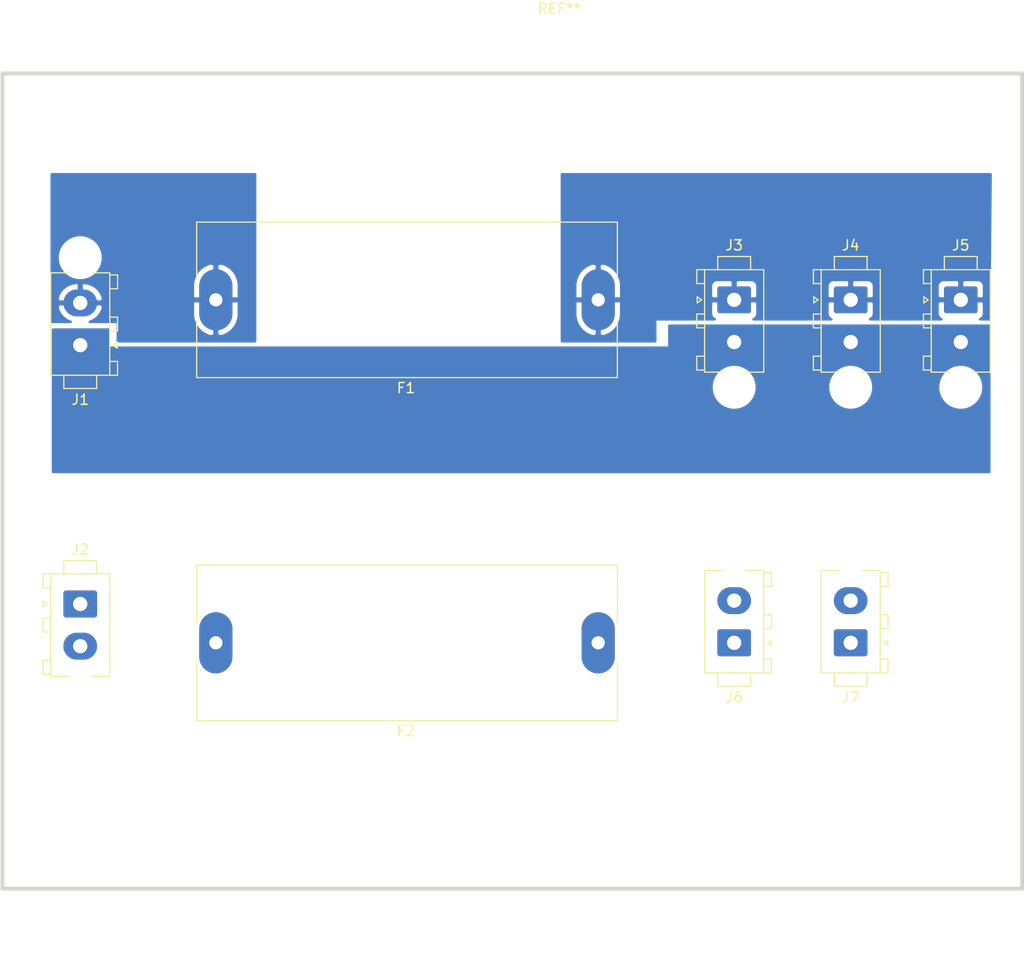
<source format=kicad_pcb>
(kicad_pcb (version 20171130) (host pcbnew "(5.1.4)-1")

  (general
    (thickness 1.6)
    (drawings 0)
    (tracks 0)
    (zones 0)
    (modules 10)
    (nets 7)
  )

  (page A4)
  (layers
    (0 F.Cu signal)
    (31 B.Cu signal)
    (32 B.Adhes user)
    (33 F.Adhes user)
    (34 B.Paste user)
    (35 F.Paste user)
    (36 B.SilkS user)
    (37 F.SilkS user)
    (38 B.Mask user)
    (39 F.Mask user)
    (40 Dwgs.User user)
    (41 Cmts.User user)
    (42 Eco1.User user)
    (43 Eco2.User user)
    (44 Edge.Cuts user)
    (45 Margin user)
    (46 B.CrtYd user)
    (47 F.CrtYd user)
    (48 B.Fab user)
    (49 F.Fab user)
  )

  (setup
    (last_trace_width 0.25)
    (trace_clearance 0.2)
    (zone_clearance 0.508)
    (zone_45_only no)
    (trace_min 0.2)
    (via_size 0.8)
    (via_drill 0.4)
    (via_min_size 0.4)
    (via_min_drill 0.3)
    (uvia_size 0.3)
    (uvia_drill 0.1)
    (uvias_allowed no)
    (uvia_min_size 0.2)
    (uvia_min_drill 0.1)
    (edge_width 0.05)
    (segment_width 0.2)
    (pcb_text_width 0.3)
    (pcb_text_size 1.5 1.5)
    (mod_edge_width 0.12)
    (mod_text_size 1 1)
    (mod_text_width 0.15)
    (pad_size 1.524 1.524)
    (pad_drill 0.762)
    (pad_to_mask_clearance 0.051)
    (solder_mask_min_width 0.25)
    (aux_axis_origin 0 0)
    (visible_elements 7FFFFFFF)
    (pcbplotparams
      (layerselection 0x010fc_ffffffff)
      (usegerberextensions false)
      (usegerberattributes false)
      (usegerberadvancedattributes false)
      (creategerberjobfile false)
      (excludeedgelayer true)
      (linewidth 0.100000)
      (plotframeref false)
      (viasonmask false)
      (mode 1)
      (useauxorigin false)
      (hpglpennumber 1)
      (hpglpenspeed 20)
      (hpglpendiameter 15.000000)
      (psnegative false)
      (psa4output false)
      (plotreference true)
      (plotvalue true)
      (plotinvisibletext false)
      (padsonsilk false)
      (subtractmaskfromsilk false)
      (outputformat 1)
      (mirror false)
      (drillshape 1)
      (scaleselection 1)
      (outputdirectory ""))
  )

  (net 0 "")
  (net 1 "Net-(F1-Pad1)")
  (net 2 "Net-(F1-Pad2)")
  (net 3 "Net-(F2-Pad1)")
  (net 4 "Net-(F2-Pad2)")
  (net 5 "Net-(J1-Pad1)")
  (net 6 "Net-(J2-Pad1)")

  (net_class Default "Dies ist die voreingestellte Netzklasse."
    (clearance 0.2)
    (trace_width 0.25)
    (via_dia 0.8)
    (via_drill 0.4)
    (uvia_dia 0.3)
    (uvia_drill 0.1)
    (add_net "Net-(F1-Pad1)")
    (add_net "Net-(F1-Pad2)")
    (add_net "Net-(F2-Pad1)")
    (add_net "Net-(F2-Pad2)")
    (add_net "Net-(J1-Pad1)")
    (add_net "Net-(J2-Pad1)")
  )

  (module EuroBoard_Outline:EuroBoard_halb_Type-I_100mmX80mm_holes locked (layer F.Cu) (tedit 0) (tstamp 5DA3DF4E)
    (at 107.95 131.445)
    (descr "Outline, Eurocard 1/2, Type I, 100x80mm, with holes 3,5mm")
    (tags "Outline, Eurocard 1/2, Type I, 100x80mm, with holes 3,5mm")
    (fp_text reference REF** (at 54.61 -86.36) (layer F.SilkS)
      (effects (font (size 1 1) (thickness 0.15)))
    )
    (fp_text value EuroBoard_halb_Type-I_100mmX80mm_holes (at 53.34 7.62) (layer F.Fab)
      (effects (font (size 1 1) (thickness 0.15)))
    )
    (fp_line (start 99.9998 0) (end 0 0) (layer Edge.Cuts) (width 0.381))
    (fp_line (start 99.9998 -79.99984) (end 99.9998 0) (layer Edge.Cuts) (width 0.381))
    (fp_line (start 0 -79.99984) (end 99.9998 -79.99984) (layer Edge.Cuts) (width 0.381))
    (fp_line (start 0 0) (end 0 -79.99984) (layer Edge.Cuts) (width 0.381))
    (pad "" np_thru_hole circle (at 95.00108 -5.00126) (size 3.50012 3.50012) (drill 3.50012) (layers *.Cu *.Mask))
    (pad "" np_thru_hole circle (at 95.00108 -75.00112) (size 3.50012 3.50012) (drill 3.50012) (layers *.Cu *.Mask))
    (pad "" np_thru_hole circle (at 5.00126 -75.00112) (size 3.50012 3.50012) (drill 3.50012) (layers *.Cu *.Mask))
    (pad "" np_thru_hole circle (at 5.00126 -5.00126) (size 3.50012 3.50012) (drill 3.50012) (layers *.Cu *.Mask))
  )

  (module Connector_TE-Connectivity:TE_MATE-N-LOK_1-770866-x_1x02_P4.14mm_Vertical (layer F.Cu) (tedit 5B787EAA) (tstamp 5DA3CD5F)
    (at 191.135 107.315 180)
    (descr "Molex Mini-Universal MATE-N-LOK, old mpn/engineering number: 1-770866-x, 2 Pins per row (http://www.te.com/commerce/DocumentDelivery/DDEController?Action=srchrtrv&DocNm=82181_SOFTSHELL_HIGH_DENSITY&DocType=CS&DocLang=EN), generated with kicad-footprint-generator")
    (tags "connector TE MATE-N-LOK side entry")
    (path /5DA95E3B)
    (fp_text reference J7 (at 0 -5.35 180) (layer F.SilkS)
      (effects (font (size 1 1) (thickness 0.15)))
    )
    (fp_text value 450VAC_Out2 (at 0 11.37 180) (layer F.Fab)
      (effects (font (size 1 1) (thickness 0.15)))
    )
    (fp_text user %R (at 2.09 2.07 270) (layer F.Fab)
      (effects (font (size 1 1) (thickness 0.15)))
    )
    (fp_line (start 3.29 -4.65) (end -4.05 -4.65) (layer F.CrtYd) (width 0.05))
    (fp_line (start 3.29 10.67) (end 3.29 -4.65) (layer F.CrtYd) (width 0.05))
    (fp_line (start -4.05 10.67) (end 3.29 10.67) (layer F.CrtYd) (width 0.05))
    (fp_line (start -4.05 -4.65) (end -4.05 10.67) (layer F.CrtYd) (width 0.05))
    (fp_line (start -1.375786 0) (end -2.79 1) (layer F.Fab) (width 0.1))
    (fp_line (start -2.79 -1) (end -1.375786 0) (layer F.Fab) (width 0.1))
    (fp_line (start -3.624264 -0.3) (end -3.2 0) (layer F.SilkS) (width 0.12))
    (fp_line (start -3.624264 0.3) (end -3.624264 -0.3) (layer F.SilkS) (width 0.12))
    (fp_line (start -3.2 0) (end -3.624264 0.3) (layer F.SilkS) (width 0.12))
    (fp_line (start 1.699672 9.576) (end -1.699672 9.576) (layer F.Fab) (width 0.1))
    (fp_line (start 1.733977 7.645) (end -1.733977 7.645) (layer F.Fab) (width 0.1))
    (fp_line (start -0.8 6.985) (end -0.8 7.645) (layer F.Fab) (width 0.1))
    (fp_line (start 0.8 6.985) (end 0.8 7.645) (layer F.Fab) (width 0.1))
    (fp_line (start -3.66 6.89) (end -2.9 6.89) (layer F.SilkS) (width 0.12))
    (fp_line (start -3.66 5.53) (end -3.66 6.89) (layer F.SilkS) (width 0.12))
    (fp_line (start -2.9 5.53) (end -3.66 5.53) (layer F.SilkS) (width 0.12))
    (fp_line (start -3.55 6.78) (end -2.79 6.78) (layer F.Fab) (width 0.1))
    (fp_line (start -3.55 5.64) (end -3.55 6.78) (layer F.Fab) (width 0.1))
    (fp_line (start -2.79 5.64) (end -3.55 5.64) (layer F.Fab) (width 0.1))
    (fp_line (start -3.66 2.75) (end -2.9 2.75) (layer F.SilkS) (width 0.12))
    (fp_line (start -3.66 1.39) (end -3.66 2.75) (layer F.SilkS) (width 0.12))
    (fp_line (start -2.9 1.39) (end -3.66 1.39) (layer F.SilkS) (width 0.12))
    (fp_line (start -3.55 2.64) (end -2.79 2.64) (layer F.Fab) (width 0.1))
    (fp_line (start -3.55 1.5) (end -3.55 2.64) (layer F.Fab) (width 0.1))
    (fp_line (start -2.79 1.5) (end -3.55 1.5) (layer F.Fab) (width 0.1))
    (fp_line (start -3.66 -1.595) (end -2.9 -1.595) (layer F.SilkS) (width 0.12))
    (fp_line (start -3.66 -2.955) (end -3.66 -1.595) (layer F.SilkS) (width 0.12))
    (fp_line (start -2.9 -2.955) (end -3.66 -2.955) (layer F.SilkS) (width 0.12))
    (fp_line (start -3.55 -1.705) (end -2.79 -1.705) (layer F.Fab) (width 0.1))
    (fp_line (start -3.55 -2.845) (end -3.55 -1.705) (layer F.Fab) (width 0.1))
    (fp_line (start -2.79 -2.845) (end -3.55 -2.845) (layer F.Fab) (width 0.1))
    (fp_line (start 1.61 -4.255) (end 1.61 -2.955) (layer F.SilkS) (width 0.12))
    (fp_line (start -1.61 -4.255) (end 1.61 -4.255) (layer F.SilkS) (width 0.12))
    (fp_line (start -1.61 -2.955) (end -1.61 -4.255) (layer F.SilkS) (width 0.12))
    (fp_line (start 1.5 -4.145) (end 1.5 -2.845) (layer F.Fab) (width 0.1))
    (fp_line (start -1.5 -4.145) (end 1.5 -4.145) (layer F.Fab) (width 0.1))
    (fp_line (start -1.5 -2.845) (end -1.5 -4.145) (layer F.Fab) (width 0.1))
    (fp_line (start 2.9 7.095) (end 1.103302 7.095) (layer F.SilkS) (width 0.12))
    (fp_line (start 2.9 -2.955) (end 2.9 7.095) (layer F.SilkS) (width 0.12))
    (fp_line (start 0 -2.955) (end 2.9 -2.955) (layer F.SilkS) (width 0.12))
    (fp_line (start -2.9 7.095) (end -1.103302 7.095) (layer F.SilkS) (width 0.12))
    (fp_line (start -2.9 -2.955) (end -2.9 7.095) (layer F.SilkS) (width 0.12))
    (fp_line (start 0 -2.955) (end -2.9 -2.955) (layer F.SilkS) (width 0.12))
    (fp_line (start 2.79 -2.845) (end -2.79 -2.845) (layer F.Fab) (width 0.1))
    (fp_line (start 2.79 6.985) (end 2.79 -2.845) (layer F.Fab) (width 0.1))
    (fp_line (start -2.79 6.985) (end 2.79 6.985) (layer F.Fab) (width 0.1))
    (fp_line (start -2.79 -2.845) (end -2.79 6.985) (layer F.Fab) (width 0.1))
    (fp_arc (start 0 8.58) (end -1.733977 7.645) (angle -58.704676) (layer F.Fab) (width 0.1))
    (fp_arc (start 0 8.58) (end 1.733977 7.645) (angle 58.704676) (layer F.Fab) (width 0.1))
    (pad "" np_thru_hole circle (at 0 8.58 180) (size 3.18 3.18) (drill 3.18) (layers *.Cu *.Mask))
    (pad 2 thru_hole oval (at 0 4.14 180) (size 3.3 2.64) (drill 1.4) (layers *.Cu *.Mask)
      (net 6 "Net-(J2-Pad1)"))
    (pad 1 thru_hole roundrect (at 0 0 180) (size 3.3 2.64) (drill 1.4) (layers *.Cu *.Mask) (roundrect_rratio 0.094697)
      (net 3 "Net-(F2-Pad1)"))
    (model ${KISYS3DMOD}/Connector_TE-Connectivity.3dshapes/TE_MATE-N-LOK_1-770866-x_1x02_P4.14mm_Vertical.wrl
      (at (xyz 0 0 0))
      (scale (xyz 1 1 1))
      (rotate (xyz 0 0 0))
    )
  )

  (module Connector_TE-Connectivity:TE_MATE-N-LOK_1-770866-x_1x02_P4.14mm_Vertical (layer F.Cu) (tedit 5B787EAA) (tstamp 5DA3CD26)
    (at 179.705 107.315 180)
    (descr "Molex Mini-Universal MATE-N-LOK, old mpn/engineering number: 1-770866-x, 2 Pins per row (http://www.te.com/commerce/DocumentDelivery/DDEController?Action=srchrtrv&DocNm=82181_SOFTSHELL_HIGH_DENSITY&DocType=CS&DocLang=EN), generated with kicad-footprint-generator")
    (tags "connector TE MATE-N-LOK side entry")
    (path /5DA948AF)
    (fp_text reference J6 (at 0 -5.35 180) (layer F.SilkS)
      (effects (font (size 1 1) (thickness 0.15)))
    )
    (fp_text value 450VAC_Out1 (at 0 11.37 180) (layer F.Fab)
      (effects (font (size 1 1) (thickness 0.15)))
    )
    (fp_text user %R (at 2.09 2.07 270) (layer F.Fab)
      (effects (font (size 1 1) (thickness 0.15)))
    )
    (fp_line (start 3.29 -4.65) (end -4.05 -4.65) (layer F.CrtYd) (width 0.05))
    (fp_line (start 3.29 10.67) (end 3.29 -4.65) (layer F.CrtYd) (width 0.05))
    (fp_line (start -4.05 10.67) (end 3.29 10.67) (layer F.CrtYd) (width 0.05))
    (fp_line (start -4.05 -4.65) (end -4.05 10.67) (layer F.CrtYd) (width 0.05))
    (fp_line (start -1.375786 0) (end -2.79 1) (layer F.Fab) (width 0.1))
    (fp_line (start -2.79 -1) (end -1.375786 0) (layer F.Fab) (width 0.1))
    (fp_line (start -3.624264 -0.3) (end -3.2 0) (layer F.SilkS) (width 0.12))
    (fp_line (start -3.624264 0.3) (end -3.624264 -0.3) (layer F.SilkS) (width 0.12))
    (fp_line (start -3.2 0) (end -3.624264 0.3) (layer F.SilkS) (width 0.12))
    (fp_line (start 1.699672 9.576) (end -1.699672 9.576) (layer F.Fab) (width 0.1))
    (fp_line (start 1.733977 7.645) (end -1.733977 7.645) (layer F.Fab) (width 0.1))
    (fp_line (start -0.8 6.985) (end -0.8 7.645) (layer F.Fab) (width 0.1))
    (fp_line (start 0.8 6.985) (end 0.8 7.645) (layer F.Fab) (width 0.1))
    (fp_line (start -3.66 6.89) (end -2.9 6.89) (layer F.SilkS) (width 0.12))
    (fp_line (start -3.66 5.53) (end -3.66 6.89) (layer F.SilkS) (width 0.12))
    (fp_line (start -2.9 5.53) (end -3.66 5.53) (layer F.SilkS) (width 0.12))
    (fp_line (start -3.55 6.78) (end -2.79 6.78) (layer F.Fab) (width 0.1))
    (fp_line (start -3.55 5.64) (end -3.55 6.78) (layer F.Fab) (width 0.1))
    (fp_line (start -2.79 5.64) (end -3.55 5.64) (layer F.Fab) (width 0.1))
    (fp_line (start -3.66 2.75) (end -2.9 2.75) (layer F.SilkS) (width 0.12))
    (fp_line (start -3.66 1.39) (end -3.66 2.75) (layer F.SilkS) (width 0.12))
    (fp_line (start -2.9 1.39) (end -3.66 1.39) (layer F.SilkS) (width 0.12))
    (fp_line (start -3.55 2.64) (end -2.79 2.64) (layer F.Fab) (width 0.1))
    (fp_line (start -3.55 1.5) (end -3.55 2.64) (layer F.Fab) (width 0.1))
    (fp_line (start -2.79 1.5) (end -3.55 1.5) (layer F.Fab) (width 0.1))
    (fp_line (start -3.66 -1.595) (end -2.9 -1.595) (layer F.SilkS) (width 0.12))
    (fp_line (start -3.66 -2.955) (end -3.66 -1.595) (layer F.SilkS) (width 0.12))
    (fp_line (start -2.9 -2.955) (end -3.66 -2.955) (layer F.SilkS) (width 0.12))
    (fp_line (start -3.55 -1.705) (end -2.79 -1.705) (layer F.Fab) (width 0.1))
    (fp_line (start -3.55 -2.845) (end -3.55 -1.705) (layer F.Fab) (width 0.1))
    (fp_line (start -2.79 -2.845) (end -3.55 -2.845) (layer F.Fab) (width 0.1))
    (fp_line (start 1.61 -4.255) (end 1.61 -2.955) (layer F.SilkS) (width 0.12))
    (fp_line (start -1.61 -4.255) (end 1.61 -4.255) (layer F.SilkS) (width 0.12))
    (fp_line (start -1.61 -2.955) (end -1.61 -4.255) (layer F.SilkS) (width 0.12))
    (fp_line (start 1.5 -4.145) (end 1.5 -2.845) (layer F.Fab) (width 0.1))
    (fp_line (start -1.5 -4.145) (end 1.5 -4.145) (layer F.Fab) (width 0.1))
    (fp_line (start -1.5 -2.845) (end -1.5 -4.145) (layer F.Fab) (width 0.1))
    (fp_line (start 2.9 7.095) (end 1.103302 7.095) (layer F.SilkS) (width 0.12))
    (fp_line (start 2.9 -2.955) (end 2.9 7.095) (layer F.SilkS) (width 0.12))
    (fp_line (start 0 -2.955) (end 2.9 -2.955) (layer F.SilkS) (width 0.12))
    (fp_line (start -2.9 7.095) (end -1.103302 7.095) (layer F.SilkS) (width 0.12))
    (fp_line (start -2.9 -2.955) (end -2.9 7.095) (layer F.SilkS) (width 0.12))
    (fp_line (start 0 -2.955) (end -2.9 -2.955) (layer F.SilkS) (width 0.12))
    (fp_line (start 2.79 -2.845) (end -2.79 -2.845) (layer F.Fab) (width 0.1))
    (fp_line (start 2.79 6.985) (end 2.79 -2.845) (layer F.Fab) (width 0.1))
    (fp_line (start -2.79 6.985) (end 2.79 6.985) (layer F.Fab) (width 0.1))
    (fp_line (start -2.79 -2.845) (end -2.79 6.985) (layer F.Fab) (width 0.1))
    (fp_arc (start 0 8.58) (end -1.733977 7.645) (angle -58.704676) (layer F.Fab) (width 0.1))
    (fp_arc (start 0 8.58) (end 1.733977 7.645) (angle 58.704676) (layer F.Fab) (width 0.1))
    (pad "" np_thru_hole circle (at 0 8.58 180) (size 3.18 3.18) (drill 3.18) (layers *.Cu *.Mask))
    (pad 2 thru_hole oval (at 0 4.14 180) (size 3.3 2.64) (drill 1.4) (layers *.Cu *.Mask)
      (net 6 "Net-(J2-Pad1)"))
    (pad 1 thru_hole roundrect (at 0 0 180) (size 3.3 2.64) (drill 1.4) (layers *.Cu *.Mask) (roundrect_rratio 0.094697)
      (net 3 "Net-(F2-Pad1)"))
    (model ${KISYS3DMOD}/Connector_TE-Connectivity.3dshapes/TE_MATE-N-LOK_1-770866-x_1x02_P4.14mm_Vertical.wrl
      (at (xyz 0 0 0))
      (scale (xyz 1 1 1))
      (rotate (xyz 0 0 0))
    )
  )

  (module Connector_TE-Connectivity:TE_MATE-N-LOK_1-770866-x_1x02_P4.14mm_Vertical (layer F.Cu) (tedit 5B787EAA) (tstamp 5DA3CCED)
    (at 201.93 73.66)
    (descr "Molex Mini-Universal MATE-N-LOK, old mpn/engineering number: 1-770866-x, 2 Pins per row (http://www.te.com/commerce/DocumentDelivery/DDEController?Action=srchrtrv&DocNm=82181_SOFTSHELL_HIGH_DENSITY&DocType=CS&DocLang=EN), generated with kicad-footprint-generator")
    (tags "connector TE MATE-N-LOK side entry")
    (path /5DA93D86)
    (fp_text reference J5 (at 0 -5.35) (layer F.SilkS)
      (effects (font (size 1 1) (thickness 0.15)))
    )
    (fp_text value 6V3AC_Out3 (at 0 11.37) (layer F.Fab)
      (effects (font (size 1 1) (thickness 0.15)))
    )
    (fp_text user %R (at 2.09 2.07 90) (layer F.Fab)
      (effects (font (size 1 1) (thickness 0.15)))
    )
    (fp_line (start 3.29 -4.65) (end -4.05 -4.65) (layer F.CrtYd) (width 0.05))
    (fp_line (start 3.29 10.67) (end 3.29 -4.65) (layer F.CrtYd) (width 0.05))
    (fp_line (start -4.05 10.67) (end 3.29 10.67) (layer F.CrtYd) (width 0.05))
    (fp_line (start -4.05 -4.65) (end -4.05 10.67) (layer F.CrtYd) (width 0.05))
    (fp_line (start -1.375786 0) (end -2.79 1) (layer F.Fab) (width 0.1))
    (fp_line (start -2.79 -1) (end -1.375786 0) (layer F.Fab) (width 0.1))
    (fp_line (start -3.624264 -0.3) (end -3.2 0) (layer F.SilkS) (width 0.12))
    (fp_line (start -3.624264 0.3) (end -3.624264 -0.3) (layer F.SilkS) (width 0.12))
    (fp_line (start -3.2 0) (end -3.624264 0.3) (layer F.SilkS) (width 0.12))
    (fp_line (start 1.699672 9.576) (end -1.699672 9.576) (layer F.Fab) (width 0.1))
    (fp_line (start 1.733977 7.645) (end -1.733977 7.645) (layer F.Fab) (width 0.1))
    (fp_line (start -0.8 6.985) (end -0.8 7.645) (layer F.Fab) (width 0.1))
    (fp_line (start 0.8 6.985) (end 0.8 7.645) (layer F.Fab) (width 0.1))
    (fp_line (start -3.66 6.89) (end -2.9 6.89) (layer F.SilkS) (width 0.12))
    (fp_line (start -3.66 5.53) (end -3.66 6.89) (layer F.SilkS) (width 0.12))
    (fp_line (start -2.9 5.53) (end -3.66 5.53) (layer F.SilkS) (width 0.12))
    (fp_line (start -3.55 6.78) (end -2.79 6.78) (layer F.Fab) (width 0.1))
    (fp_line (start -3.55 5.64) (end -3.55 6.78) (layer F.Fab) (width 0.1))
    (fp_line (start -2.79 5.64) (end -3.55 5.64) (layer F.Fab) (width 0.1))
    (fp_line (start -3.66 2.75) (end -2.9 2.75) (layer F.SilkS) (width 0.12))
    (fp_line (start -3.66 1.39) (end -3.66 2.75) (layer F.SilkS) (width 0.12))
    (fp_line (start -2.9 1.39) (end -3.66 1.39) (layer F.SilkS) (width 0.12))
    (fp_line (start -3.55 2.64) (end -2.79 2.64) (layer F.Fab) (width 0.1))
    (fp_line (start -3.55 1.5) (end -3.55 2.64) (layer F.Fab) (width 0.1))
    (fp_line (start -2.79 1.5) (end -3.55 1.5) (layer F.Fab) (width 0.1))
    (fp_line (start -3.66 -1.595) (end -2.9 -1.595) (layer F.SilkS) (width 0.12))
    (fp_line (start -3.66 -2.955) (end -3.66 -1.595) (layer F.SilkS) (width 0.12))
    (fp_line (start -2.9 -2.955) (end -3.66 -2.955) (layer F.SilkS) (width 0.12))
    (fp_line (start -3.55 -1.705) (end -2.79 -1.705) (layer F.Fab) (width 0.1))
    (fp_line (start -3.55 -2.845) (end -3.55 -1.705) (layer F.Fab) (width 0.1))
    (fp_line (start -2.79 -2.845) (end -3.55 -2.845) (layer F.Fab) (width 0.1))
    (fp_line (start 1.61 -4.255) (end 1.61 -2.955) (layer F.SilkS) (width 0.12))
    (fp_line (start -1.61 -4.255) (end 1.61 -4.255) (layer F.SilkS) (width 0.12))
    (fp_line (start -1.61 -2.955) (end -1.61 -4.255) (layer F.SilkS) (width 0.12))
    (fp_line (start 1.5 -4.145) (end 1.5 -2.845) (layer F.Fab) (width 0.1))
    (fp_line (start -1.5 -4.145) (end 1.5 -4.145) (layer F.Fab) (width 0.1))
    (fp_line (start -1.5 -2.845) (end -1.5 -4.145) (layer F.Fab) (width 0.1))
    (fp_line (start 2.9 7.095) (end 1.103302 7.095) (layer F.SilkS) (width 0.12))
    (fp_line (start 2.9 -2.955) (end 2.9 7.095) (layer F.SilkS) (width 0.12))
    (fp_line (start 0 -2.955) (end 2.9 -2.955) (layer F.SilkS) (width 0.12))
    (fp_line (start -2.9 7.095) (end -1.103302 7.095) (layer F.SilkS) (width 0.12))
    (fp_line (start -2.9 -2.955) (end -2.9 7.095) (layer F.SilkS) (width 0.12))
    (fp_line (start 0 -2.955) (end -2.9 -2.955) (layer F.SilkS) (width 0.12))
    (fp_line (start 2.79 -2.845) (end -2.79 -2.845) (layer F.Fab) (width 0.1))
    (fp_line (start 2.79 6.985) (end 2.79 -2.845) (layer F.Fab) (width 0.1))
    (fp_line (start -2.79 6.985) (end 2.79 6.985) (layer F.Fab) (width 0.1))
    (fp_line (start -2.79 -2.845) (end -2.79 6.985) (layer F.Fab) (width 0.1))
    (fp_arc (start 0 8.58) (end -1.733977 7.645) (angle -58.704676) (layer F.Fab) (width 0.1))
    (fp_arc (start 0 8.58) (end 1.733977 7.645) (angle 58.704676) (layer F.Fab) (width 0.1))
    (pad "" np_thru_hole circle (at 0 8.58) (size 3.18 3.18) (drill 3.18) (layers *.Cu *.Mask))
    (pad 2 thru_hole oval (at 0 4.14) (size 3.3 2.64) (drill 1.4) (layers *.Cu *.Mask)
      (net 5 "Net-(J1-Pad1)"))
    (pad 1 thru_hole roundrect (at 0 0) (size 3.3 2.64) (drill 1.4) (layers *.Cu *.Mask) (roundrect_rratio 0.094697)
      (net 1 "Net-(F1-Pad1)"))
    (model ${KISYS3DMOD}/Connector_TE-Connectivity.3dshapes/TE_MATE-N-LOK_1-770866-x_1x02_P4.14mm_Vertical.wrl
      (at (xyz 0 0 0))
      (scale (xyz 1 1 1))
      (rotate (xyz 0 0 0))
    )
  )

  (module Connector_TE-Connectivity:TE_MATE-N-LOK_1-770866-x_1x02_P4.14mm_Vertical (layer F.Cu) (tedit 5B787EAA) (tstamp 5DA3CCB4)
    (at 191.135 73.66)
    (descr "Molex Mini-Universal MATE-N-LOK, old mpn/engineering number: 1-770866-x, 2 Pins per row (http://www.te.com/commerce/DocumentDelivery/DDEController?Action=srchrtrv&DocNm=82181_SOFTSHELL_HIGH_DENSITY&DocType=CS&DocLang=EN), generated with kicad-footprint-generator")
    (tags "connector TE MATE-N-LOK side entry")
    (path /5DA937D1)
    (fp_text reference J4 (at 0 -5.35) (layer F.SilkS)
      (effects (font (size 1 1) (thickness 0.15)))
    )
    (fp_text value 6V3AC_Out2 (at 0 11.37) (layer F.Fab)
      (effects (font (size 1 1) (thickness 0.15)))
    )
    (fp_text user %R (at 2.09 2.07 90) (layer F.Fab)
      (effects (font (size 1 1) (thickness 0.15)))
    )
    (fp_line (start 3.29 -4.65) (end -4.05 -4.65) (layer F.CrtYd) (width 0.05))
    (fp_line (start 3.29 10.67) (end 3.29 -4.65) (layer F.CrtYd) (width 0.05))
    (fp_line (start -4.05 10.67) (end 3.29 10.67) (layer F.CrtYd) (width 0.05))
    (fp_line (start -4.05 -4.65) (end -4.05 10.67) (layer F.CrtYd) (width 0.05))
    (fp_line (start -1.375786 0) (end -2.79 1) (layer F.Fab) (width 0.1))
    (fp_line (start -2.79 -1) (end -1.375786 0) (layer F.Fab) (width 0.1))
    (fp_line (start -3.624264 -0.3) (end -3.2 0) (layer F.SilkS) (width 0.12))
    (fp_line (start -3.624264 0.3) (end -3.624264 -0.3) (layer F.SilkS) (width 0.12))
    (fp_line (start -3.2 0) (end -3.624264 0.3) (layer F.SilkS) (width 0.12))
    (fp_line (start 1.699672 9.576) (end -1.699672 9.576) (layer F.Fab) (width 0.1))
    (fp_line (start 1.733977 7.645) (end -1.733977 7.645) (layer F.Fab) (width 0.1))
    (fp_line (start -0.8 6.985) (end -0.8 7.645) (layer F.Fab) (width 0.1))
    (fp_line (start 0.8 6.985) (end 0.8 7.645) (layer F.Fab) (width 0.1))
    (fp_line (start -3.66 6.89) (end -2.9 6.89) (layer F.SilkS) (width 0.12))
    (fp_line (start -3.66 5.53) (end -3.66 6.89) (layer F.SilkS) (width 0.12))
    (fp_line (start -2.9 5.53) (end -3.66 5.53) (layer F.SilkS) (width 0.12))
    (fp_line (start -3.55 6.78) (end -2.79 6.78) (layer F.Fab) (width 0.1))
    (fp_line (start -3.55 5.64) (end -3.55 6.78) (layer F.Fab) (width 0.1))
    (fp_line (start -2.79 5.64) (end -3.55 5.64) (layer F.Fab) (width 0.1))
    (fp_line (start -3.66 2.75) (end -2.9 2.75) (layer F.SilkS) (width 0.12))
    (fp_line (start -3.66 1.39) (end -3.66 2.75) (layer F.SilkS) (width 0.12))
    (fp_line (start -2.9 1.39) (end -3.66 1.39) (layer F.SilkS) (width 0.12))
    (fp_line (start -3.55 2.64) (end -2.79 2.64) (layer F.Fab) (width 0.1))
    (fp_line (start -3.55 1.5) (end -3.55 2.64) (layer F.Fab) (width 0.1))
    (fp_line (start -2.79 1.5) (end -3.55 1.5) (layer F.Fab) (width 0.1))
    (fp_line (start -3.66 -1.595) (end -2.9 -1.595) (layer F.SilkS) (width 0.12))
    (fp_line (start -3.66 -2.955) (end -3.66 -1.595) (layer F.SilkS) (width 0.12))
    (fp_line (start -2.9 -2.955) (end -3.66 -2.955) (layer F.SilkS) (width 0.12))
    (fp_line (start -3.55 -1.705) (end -2.79 -1.705) (layer F.Fab) (width 0.1))
    (fp_line (start -3.55 -2.845) (end -3.55 -1.705) (layer F.Fab) (width 0.1))
    (fp_line (start -2.79 -2.845) (end -3.55 -2.845) (layer F.Fab) (width 0.1))
    (fp_line (start 1.61 -4.255) (end 1.61 -2.955) (layer F.SilkS) (width 0.12))
    (fp_line (start -1.61 -4.255) (end 1.61 -4.255) (layer F.SilkS) (width 0.12))
    (fp_line (start -1.61 -2.955) (end -1.61 -4.255) (layer F.SilkS) (width 0.12))
    (fp_line (start 1.5 -4.145) (end 1.5 -2.845) (layer F.Fab) (width 0.1))
    (fp_line (start -1.5 -4.145) (end 1.5 -4.145) (layer F.Fab) (width 0.1))
    (fp_line (start -1.5 -2.845) (end -1.5 -4.145) (layer F.Fab) (width 0.1))
    (fp_line (start 2.9 7.095) (end 1.103302 7.095) (layer F.SilkS) (width 0.12))
    (fp_line (start 2.9 -2.955) (end 2.9 7.095) (layer F.SilkS) (width 0.12))
    (fp_line (start 0 -2.955) (end 2.9 -2.955) (layer F.SilkS) (width 0.12))
    (fp_line (start -2.9 7.095) (end -1.103302 7.095) (layer F.SilkS) (width 0.12))
    (fp_line (start -2.9 -2.955) (end -2.9 7.095) (layer F.SilkS) (width 0.12))
    (fp_line (start 0 -2.955) (end -2.9 -2.955) (layer F.SilkS) (width 0.12))
    (fp_line (start 2.79 -2.845) (end -2.79 -2.845) (layer F.Fab) (width 0.1))
    (fp_line (start 2.79 6.985) (end 2.79 -2.845) (layer F.Fab) (width 0.1))
    (fp_line (start -2.79 6.985) (end 2.79 6.985) (layer F.Fab) (width 0.1))
    (fp_line (start -2.79 -2.845) (end -2.79 6.985) (layer F.Fab) (width 0.1))
    (fp_arc (start 0 8.58) (end -1.733977 7.645) (angle -58.704676) (layer F.Fab) (width 0.1))
    (fp_arc (start 0 8.58) (end 1.733977 7.645) (angle 58.704676) (layer F.Fab) (width 0.1))
    (pad "" np_thru_hole circle (at 0 8.58) (size 3.18 3.18) (drill 3.18) (layers *.Cu *.Mask))
    (pad 2 thru_hole oval (at 0 4.14) (size 3.3 2.64) (drill 1.4) (layers *.Cu *.Mask)
      (net 5 "Net-(J1-Pad1)"))
    (pad 1 thru_hole roundrect (at 0 0) (size 3.3 2.64) (drill 1.4) (layers *.Cu *.Mask) (roundrect_rratio 0.094697)
      (net 1 "Net-(F1-Pad1)"))
    (model ${KISYS3DMOD}/Connector_TE-Connectivity.3dshapes/TE_MATE-N-LOK_1-770866-x_1x02_P4.14mm_Vertical.wrl
      (at (xyz 0 0 0))
      (scale (xyz 1 1 1))
      (rotate (xyz 0 0 0))
    )
  )

  (module Connector_TE-Connectivity:TE_MATE-N-LOK_1-770866-x_1x02_P4.14mm_Vertical (layer F.Cu) (tedit 5B787EAA) (tstamp 5DA3CC7B)
    (at 179.705 73.66)
    (descr "Molex Mini-Universal MATE-N-LOK, old mpn/engineering number: 1-770866-x, 2 Pins per row (http://www.te.com/commerce/DocumentDelivery/DDEController?Action=srchrtrv&DocNm=82181_SOFTSHELL_HIGH_DENSITY&DocType=CS&DocLang=EN), generated with kicad-footprint-generator")
    (tags "connector TE MATE-N-LOK side entry")
    (path /5DA91CB9)
    (fp_text reference J3 (at 0 -5.35) (layer F.SilkS)
      (effects (font (size 1 1) (thickness 0.15)))
    )
    (fp_text value 6V3AC_Out1 (at 0 11.37) (layer F.Fab)
      (effects (font (size 1 1) (thickness 0.15)))
    )
    (fp_text user %R (at 2.09 2.07 90) (layer F.Fab)
      (effects (font (size 1 1) (thickness 0.15)))
    )
    (fp_line (start 3.29 -4.65) (end -4.05 -4.65) (layer F.CrtYd) (width 0.05))
    (fp_line (start 3.29 10.67) (end 3.29 -4.65) (layer F.CrtYd) (width 0.05))
    (fp_line (start -4.05 10.67) (end 3.29 10.67) (layer F.CrtYd) (width 0.05))
    (fp_line (start -4.05 -4.65) (end -4.05 10.67) (layer F.CrtYd) (width 0.05))
    (fp_line (start -1.375786 0) (end -2.79 1) (layer F.Fab) (width 0.1))
    (fp_line (start -2.79 -1) (end -1.375786 0) (layer F.Fab) (width 0.1))
    (fp_line (start -3.624264 -0.3) (end -3.2 0) (layer F.SilkS) (width 0.12))
    (fp_line (start -3.624264 0.3) (end -3.624264 -0.3) (layer F.SilkS) (width 0.12))
    (fp_line (start -3.2 0) (end -3.624264 0.3) (layer F.SilkS) (width 0.12))
    (fp_line (start 1.699672 9.576) (end -1.699672 9.576) (layer F.Fab) (width 0.1))
    (fp_line (start 1.733977 7.645) (end -1.733977 7.645) (layer F.Fab) (width 0.1))
    (fp_line (start -0.8 6.985) (end -0.8 7.645) (layer F.Fab) (width 0.1))
    (fp_line (start 0.8 6.985) (end 0.8 7.645) (layer F.Fab) (width 0.1))
    (fp_line (start -3.66 6.89) (end -2.9 6.89) (layer F.SilkS) (width 0.12))
    (fp_line (start -3.66 5.53) (end -3.66 6.89) (layer F.SilkS) (width 0.12))
    (fp_line (start -2.9 5.53) (end -3.66 5.53) (layer F.SilkS) (width 0.12))
    (fp_line (start -3.55 6.78) (end -2.79 6.78) (layer F.Fab) (width 0.1))
    (fp_line (start -3.55 5.64) (end -3.55 6.78) (layer F.Fab) (width 0.1))
    (fp_line (start -2.79 5.64) (end -3.55 5.64) (layer F.Fab) (width 0.1))
    (fp_line (start -3.66 2.75) (end -2.9 2.75) (layer F.SilkS) (width 0.12))
    (fp_line (start -3.66 1.39) (end -3.66 2.75) (layer F.SilkS) (width 0.12))
    (fp_line (start -2.9 1.39) (end -3.66 1.39) (layer F.SilkS) (width 0.12))
    (fp_line (start -3.55 2.64) (end -2.79 2.64) (layer F.Fab) (width 0.1))
    (fp_line (start -3.55 1.5) (end -3.55 2.64) (layer F.Fab) (width 0.1))
    (fp_line (start -2.79 1.5) (end -3.55 1.5) (layer F.Fab) (width 0.1))
    (fp_line (start -3.66 -1.595) (end -2.9 -1.595) (layer F.SilkS) (width 0.12))
    (fp_line (start -3.66 -2.955) (end -3.66 -1.595) (layer F.SilkS) (width 0.12))
    (fp_line (start -2.9 -2.955) (end -3.66 -2.955) (layer F.SilkS) (width 0.12))
    (fp_line (start -3.55 -1.705) (end -2.79 -1.705) (layer F.Fab) (width 0.1))
    (fp_line (start -3.55 -2.845) (end -3.55 -1.705) (layer F.Fab) (width 0.1))
    (fp_line (start -2.79 -2.845) (end -3.55 -2.845) (layer F.Fab) (width 0.1))
    (fp_line (start 1.61 -4.255) (end 1.61 -2.955) (layer F.SilkS) (width 0.12))
    (fp_line (start -1.61 -4.255) (end 1.61 -4.255) (layer F.SilkS) (width 0.12))
    (fp_line (start -1.61 -2.955) (end -1.61 -4.255) (layer F.SilkS) (width 0.12))
    (fp_line (start 1.5 -4.145) (end 1.5 -2.845) (layer F.Fab) (width 0.1))
    (fp_line (start -1.5 -4.145) (end 1.5 -4.145) (layer F.Fab) (width 0.1))
    (fp_line (start -1.5 -2.845) (end -1.5 -4.145) (layer F.Fab) (width 0.1))
    (fp_line (start 2.9 7.095) (end 1.103302 7.095) (layer F.SilkS) (width 0.12))
    (fp_line (start 2.9 -2.955) (end 2.9 7.095) (layer F.SilkS) (width 0.12))
    (fp_line (start 0 -2.955) (end 2.9 -2.955) (layer F.SilkS) (width 0.12))
    (fp_line (start -2.9 7.095) (end -1.103302 7.095) (layer F.SilkS) (width 0.12))
    (fp_line (start -2.9 -2.955) (end -2.9 7.095) (layer F.SilkS) (width 0.12))
    (fp_line (start 0 -2.955) (end -2.9 -2.955) (layer F.SilkS) (width 0.12))
    (fp_line (start 2.79 -2.845) (end -2.79 -2.845) (layer F.Fab) (width 0.1))
    (fp_line (start 2.79 6.985) (end 2.79 -2.845) (layer F.Fab) (width 0.1))
    (fp_line (start -2.79 6.985) (end 2.79 6.985) (layer F.Fab) (width 0.1))
    (fp_line (start -2.79 -2.845) (end -2.79 6.985) (layer F.Fab) (width 0.1))
    (fp_arc (start 0 8.58) (end -1.733977 7.645) (angle -58.704676) (layer F.Fab) (width 0.1))
    (fp_arc (start 0 8.58) (end 1.733977 7.645) (angle 58.704676) (layer F.Fab) (width 0.1))
    (pad "" np_thru_hole circle (at 0 8.58) (size 3.18 3.18) (drill 3.18) (layers *.Cu *.Mask))
    (pad 2 thru_hole oval (at 0 4.14) (size 3.3 2.64) (drill 1.4) (layers *.Cu *.Mask)
      (net 5 "Net-(J1-Pad1)"))
    (pad 1 thru_hole roundrect (at 0 0) (size 3.3 2.64) (drill 1.4) (layers *.Cu *.Mask) (roundrect_rratio 0.094697)
      (net 1 "Net-(F1-Pad1)"))
    (model ${KISYS3DMOD}/Connector_TE-Connectivity.3dshapes/TE_MATE-N-LOK_1-770866-x_1x02_P4.14mm_Vertical.wrl
      (at (xyz 0 0 0))
      (scale (xyz 1 1 1))
      (rotate (xyz 0 0 0))
    )
  )

  (module Connector_TE-Connectivity:TE_MATE-N-LOK_1-770866-x_1x02_P4.14mm_Vertical (layer F.Cu) (tedit 5B787EAA) (tstamp 5DA3CC42)
    (at 115.57 103.505)
    (descr "Molex Mini-Universal MATE-N-LOK, old mpn/engineering number: 1-770866-x, 2 Pins per row (http://www.te.com/commerce/DocumentDelivery/DDEController?Action=srchrtrv&DocNm=82181_SOFTSHELL_HIGH_DENSITY&DocType=CS&DocLang=EN), generated with kicad-footprint-generator")
    (tags "connector TE MATE-N-LOK side entry")
    (path /5DA910C7)
    (fp_text reference J2 (at 0 -5.35) (layer F.SilkS)
      (effects (font (size 1 1) (thickness 0.15)))
    )
    (fp_text value 450VAC_In (at 0 11.37) (layer F.Fab)
      (effects (font (size 1 1) (thickness 0.15)))
    )
    (fp_text user %R (at 2.09 2.07 90) (layer F.Fab)
      (effects (font (size 1 1) (thickness 0.15)))
    )
    (fp_line (start 3.29 -4.65) (end -4.05 -4.65) (layer F.CrtYd) (width 0.05))
    (fp_line (start 3.29 10.67) (end 3.29 -4.65) (layer F.CrtYd) (width 0.05))
    (fp_line (start -4.05 10.67) (end 3.29 10.67) (layer F.CrtYd) (width 0.05))
    (fp_line (start -4.05 -4.65) (end -4.05 10.67) (layer F.CrtYd) (width 0.05))
    (fp_line (start -1.375786 0) (end -2.79 1) (layer F.Fab) (width 0.1))
    (fp_line (start -2.79 -1) (end -1.375786 0) (layer F.Fab) (width 0.1))
    (fp_line (start -3.624264 -0.3) (end -3.2 0) (layer F.SilkS) (width 0.12))
    (fp_line (start -3.624264 0.3) (end -3.624264 -0.3) (layer F.SilkS) (width 0.12))
    (fp_line (start -3.2 0) (end -3.624264 0.3) (layer F.SilkS) (width 0.12))
    (fp_line (start 1.699672 9.576) (end -1.699672 9.576) (layer F.Fab) (width 0.1))
    (fp_line (start 1.733977 7.645) (end -1.733977 7.645) (layer F.Fab) (width 0.1))
    (fp_line (start -0.8 6.985) (end -0.8 7.645) (layer F.Fab) (width 0.1))
    (fp_line (start 0.8 6.985) (end 0.8 7.645) (layer F.Fab) (width 0.1))
    (fp_line (start -3.66 6.89) (end -2.9 6.89) (layer F.SilkS) (width 0.12))
    (fp_line (start -3.66 5.53) (end -3.66 6.89) (layer F.SilkS) (width 0.12))
    (fp_line (start -2.9 5.53) (end -3.66 5.53) (layer F.SilkS) (width 0.12))
    (fp_line (start -3.55 6.78) (end -2.79 6.78) (layer F.Fab) (width 0.1))
    (fp_line (start -3.55 5.64) (end -3.55 6.78) (layer F.Fab) (width 0.1))
    (fp_line (start -2.79 5.64) (end -3.55 5.64) (layer F.Fab) (width 0.1))
    (fp_line (start -3.66 2.75) (end -2.9 2.75) (layer F.SilkS) (width 0.12))
    (fp_line (start -3.66 1.39) (end -3.66 2.75) (layer F.SilkS) (width 0.12))
    (fp_line (start -2.9 1.39) (end -3.66 1.39) (layer F.SilkS) (width 0.12))
    (fp_line (start -3.55 2.64) (end -2.79 2.64) (layer F.Fab) (width 0.1))
    (fp_line (start -3.55 1.5) (end -3.55 2.64) (layer F.Fab) (width 0.1))
    (fp_line (start -2.79 1.5) (end -3.55 1.5) (layer F.Fab) (width 0.1))
    (fp_line (start -3.66 -1.595) (end -2.9 -1.595) (layer F.SilkS) (width 0.12))
    (fp_line (start -3.66 -2.955) (end -3.66 -1.595) (layer F.SilkS) (width 0.12))
    (fp_line (start -2.9 -2.955) (end -3.66 -2.955) (layer F.SilkS) (width 0.12))
    (fp_line (start -3.55 -1.705) (end -2.79 -1.705) (layer F.Fab) (width 0.1))
    (fp_line (start -3.55 -2.845) (end -3.55 -1.705) (layer F.Fab) (width 0.1))
    (fp_line (start -2.79 -2.845) (end -3.55 -2.845) (layer F.Fab) (width 0.1))
    (fp_line (start 1.61 -4.255) (end 1.61 -2.955) (layer F.SilkS) (width 0.12))
    (fp_line (start -1.61 -4.255) (end 1.61 -4.255) (layer F.SilkS) (width 0.12))
    (fp_line (start -1.61 -2.955) (end -1.61 -4.255) (layer F.SilkS) (width 0.12))
    (fp_line (start 1.5 -4.145) (end 1.5 -2.845) (layer F.Fab) (width 0.1))
    (fp_line (start -1.5 -4.145) (end 1.5 -4.145) (layer F.Fab) (width 0.1))
    (fp_line (start -1.5 -2.845) (end -1.5 -4.145) (layer F.Fab) (width 0.1))
    (fp_line (start 2.9 7.095) (end 1.103302 7.095) (layer F.SilkS) (width 0.12))
    (fp_line (start 2.9 -2.955) (end 2.9 7.095) (layer F.SilkS) (width 0.12))
    (fp_line (start 0 -2.955) (end 2.9 -2.955) (layer F.SilkS) (width 0.12))
    (fp_line (start -2.9 7.095) (end -1.103302 7.095) (layer F.SilkS) (width 0.12))
    (fp_line (start -2.9 -2.955) (end -2.9 7.095) (layer F.SilkS) (width 0.12))
    (fp_line (start 0 -2.955) (end -2.9 -2.955) (layer F.SilkS) (width 0.12))
    (fp_line (start 2.79 -2.845) (end -2.79 -2.845) (layer F.Fab) (width 0.1))
    (fp_line (start 2.79 6.985) (end 2.79 -2.845) (layer F.Fab) (width 0.1))
    (fp_line (start -2.79 6.985) (end 2.79 6.985) (layer F.Fab) (width 0.1))
    (fp_line (start -2.79 -2.845) (end -2.79 6.985) (layer F.Fab) (width 0.1))
    (fp_arc (start 0 8.58) (end -1.733977 7.645) (angle -58.704676) (layer F.Fab) (width 0.1))
    (fp_arc (start 0 8.58) (end 1.733977 7.645) (angle 58.704676) (layer F.Fab) (width 0.1))
    (pad "" np_thru_hole circle (at 0 8.58) (size 3.18 3.18) (drill 3.18) (layers *.Cu *.Mask))
    (pad 2 thru_hole oval (at 0 4.14) (size 3.3 2.64) (drill 1.4) (layers *.Cu *.Mask)
      (net 4 "Net-(F2-Pad2)"))
    (pad 1 thru_hole roundrect (at 0 0) (size 3.3 2.64) (drill 1.4) (layers *.Cu *.Mask) (roundrect_rratio 0.094697)
      (net 6 "Net-(J2-Pad1)"))
    (model ${KISYS3DMOD}/Connector_TE-Connectivity.3dshapes/TE_MATE-N-LOK_1-770866-x_1x02_P4.14mm_Vertical.wrl
      (at (xyz 0 0 0))
      (scale (xyz 1 1 1))
      (rotate (xyz 0 0 0))
    )
  )

  (module Connector_TE-Connectivity:TE_MATE-N-LOK_1-770866-x_1x02_P4.14mm_Vertical (layer F.Cu) (tedit 5B787EAA) (tstamp 5DA3CC09)
    (at 115.57 78.105 180)
    (descr "Molex Mini-Universal MATE-N-LOK, old mpn/engineering number: 1-770866-x, 2 Pins per row (http://www.te.com/commerce/DocumentDelivery/DDEController?Action=srchrtrv&DocNm=82181_SOFTSHELL_HIGH_DENSITY&DocType=CS&DocLang=EN), generated with kicad-footprint-generator")
    (tags "connector TE MATE-N-LOK side entry")
    (path /5DA902F0)
    (fp_text reference J1 (at 0 -5.35 180) (layer F.SilkS)
      (effects (font (size 1 1) (thickness 0.15)))
    )
    (fp_text value 6V3AC_In (at 0 11.37 180) (layer F.Fab)
      (effects (font (size 1 1) (thickness 0.15)))
    )
    (fp_text user %R (at 2.09 2.07 270) (layer F.Fab)
      (effects (font (size 1 1) (thickness 0.15)))
    )
    (fp_line (start 3.29 -4.65) (end -4.05 -4.65) (layer F.CrtYd) (width 0.05))
    (fp_line (start 3.29 10.67) (end 3.29 -4.65) (layer F.CrtYd) (width 0.05))
    (fp_line (start -4.05 10.67) (end 3.29 10.67) (layer F.CrtYd) (width 0.05))
    (fp_line (start -4.05 -4.65) (end -4.05 10.67) (layer F.CrtYd) (width 0.05))
    (fp_line (start -1.375786 0) (end -2.79 1) (layer F.Fab) (width 0.1))
    (fp_line (start -2.79 -1) (end -1.375786 0) (layer F.Fab) (width 0.1))
    (fp_line (start -3.624264 -0.3) (end -3.2 0) (layer F.SilkS) (width 0.12))
    (fp_line (start -3.624264 0.3) (end -3.624264 -0.3) (layer F.SilkS) (width 0.12))
    (fp_line (start -3.2 0) (end -3.624264 0.3) (layer F.SilkS) (width 0.12))
    (fp_line (start 1.699672 9.576) (end -1.699672 9.576) (layer F.Fab) (width 0.1))
    (fp_line (start 1.733977 7.645) (end -1.733977 7.645) (layer F.Fab) (width 0.1))
    (fp_line (start -0.8 6.985) (end -0.8 7.645) (layer F.Fab) (width 0.1))
    (fp_line (start 0.8 6.985) (end 0.8 7.645) (layer F.Fab) (width 0.1))
    (fp_line (start -3.66 6.89) (end -2.9 6.89) (layer F.SilkS) (width 0.12))
    (fp_line (start -3.66 5.53) (end -3.66 6.89) (layer F.SilkS) (width 0.12))
    (fp_line (start -2.9 5.53) (end -3.66 5.53) (layer F.SilkS) (width 0.12))
    (fp_line (start -3.55 6.78) (end -2.79 6.78) (layer F.Fab) (width 0.1))
    (fp_line (start -3.55 5.64) (end -3.55 6.78) (layer F.Fab) (width 0.1))
    (fp_line (start -2.79 5.64) (end -3.55 5.64) (layer F.Fab) (width 0.1))
    (fp_line (start -3.66 2.75) (end -2.9 2.75) (layer F.SilkS) (width 0.12))
    (fp_line (start -3.66 1.39) (end -3.66 2.75) (layer F.SilkS) (width 0.12))
    (fp_line (start -2.9 1.39) (end -3.66 1.39) (layer F.SilkS) (width 0.12))
    (fp_line (start -3.55 2.64) (end -2.79 2.64) (layer F.Fab) (width 0.1))
    (fp_line (start -3.55 1.5) (end -3.55 2.64) (layer F.Fab) (width 0.1))
    (fp_line (start -2.79 1.5) (end -3.55 1.5) (layer F.Fab) (width 0.1))
    (fp_line (start -3.66 -1.595) (end -2.9 -1.595) (layer F.SilkS) (width 0.12))
    (fp_line (start -3.66 -2.955) (end -3.66 -1.595) (layer F.SilkS) (width 0.12))
    (fp_line (start -2.9 -2.955) (end -3.66 -2.955) (layer F.SilkS) (width 0.12))
    (fp_line (start -3.55 -1.705) (end -2.79 -1.705) (layer F.Fab) (width 0.1))
    (fp_line (start -3.55 -2.845) (end -3.55 -1.705) (layer F.Fab) (width 0.1))
    (fp_line (start -2.79 -2.845) (end -3.55 -2.845) (layer F.Fab) (width 0.1))
    (fp_line (start 1.61 -4.255) (end 1.61 -2.955) (layer F.SilkS) (width 0.12))
    (fp_line (start -1.61 -4.255) (end 1.61 -4.255) (layer F.SilkS) (width 0.12))
    (fp_line (start -1.61 -2.955) (end -1.61 -4.255) (layer F.SilkS) (width 0.12))
    (fp_line (start 1.5 -4.145) (end 1.5 -2.845) (layer F.Fab) (width 0.1))
    (fp_line (start -1.5 -4.145) (end 1.5 -4.145) (layer F.Fab) (width 0.1))
    (fp_line (start -1.5 -2.845) (end -1.5 -4.145) (layer F.Fab) (width 0.1))
    (fp_line (start 2.9 7.095) (end 1.103302 7.095) (layer F.SilkS) (width 0.12))
    (fp_line (start 2.9 -2.955) (end 2.9 7.095) (layer F.SilkS) (width 0.12))
    (fp_line (start 0 -2.955) (end 2.9 -2.955) (layer F.SilkS) (width 0.12))
    (fp_line (start -2.9 7.095) (end -1.103302 7.095) (layer F.SilkS) (width 0.12))
    (fp_line (start -2.9 -2.955) (end -2.9 7.095) (layer F.SilkS) (width 0.12))
    (fp_line (start 0 -2.955) (end -2.9 -2.955) (layer F.SilkS) (width 0.12))
    (fp_line (start 2.79 -2.845) (end -2.79 -2.845) (layer F.Fab) (width 0.1))
    (fp_line (start 2.79 6.985) (end 2.79 -2.845) (layer F.Fab) (width 0.1))
    (fp_line (start -2.79 6.985) (end 2.79 6.985) (layer F.Fab) (width 0.1))
    (fp_line (start -2.79 -2.845) (end -2.79 6.985) (layer F.Fab) (width 0.1))
    (fp_arc (start 0 8.58) (end -1.733977 7.645) (angle -58.704676) (layer F.Fab) (width 0.1))
    (fp_arc (start 0 8.58) (end 1.733977 7.645) (angle 58.704676) (layer F.Fab) (width 0.1))
    (pad "" np_thru_hole circle (at 0 8.58 180) (size 3.18 3.18) (drill 3.18) (layers *.Cu *.Mask))
    (pad 2 thru_hole oval (at 0 4.14 180) (size 3.3 2.64) (drill 1.4) (layers *.Cu *.Mask)
      (net 2 "Net-(F1-Pad2)"))
    (pad 1 thru_hole roundrect (at 0 0 180) (size 3.3 2.64) (drill 1.4) (layers *.Cu *.Mask) (roundrect_rratio 0.094697)
      (net 5 "Net-(J1-Pad1)"))
    (model ${KISYS3DMOD}/Connector_TE-Connectivity.3dshapes/TE_MATE-N-LOK_1-770866-x_1x02_P4.14mm_Vertical.wrl
      (at (xyz 0 0 0))
      (scale (xyz 1 1 1))
      (rotate (xyz 0 0 0))
    )
  )

  (module Fuse:Fuseholder_Cylinder-6.3x32mm_Schurter_0031-8002_Horizontal_Open (layer F.Cu) (tedit 5C3CC955) (tstamp 5DA3CBD0)
    (at 166.37 107.315 180)
    (descr "Fuseholder, horizontal, open, 6.3x32, Schurter, 0031.8002, https://www.schurter.com/en/datasheet/typ_OG__Holder__6.3x32.pdf")
    (tags "Fuseholder horizontal open 6.3x32 Schurter 0031.8002")
    (path /5DA98CA3)
    (fp_text reference F2 (at 18.85 -8.65 180) (layer F.SilkS)
      (effects (font (size 1 1) (thickness 0.15)))
    )
    (fp_text value Fuse (at 18.95 8.8 180) (layer F.Fab)
      (effects (font (size 1 1) (thickness 0.15)))
    )
    (fp_line (start 40.75 7.75) (end -3.25 7.75) (layer F.CrtYd) (width 0.05))
    (fp_line (start 40.75 7.75) (end 40.75 -7.75) (layer F.CrtYd) (width 0.05))
    (fp_line (start -3.25 -7.75) (end -3.25 7.75) (layer F.CrtYd) (width 0.05))
    (fp_line (start -3.25 -7.75) (end 40.75 -7.75) (layer F.CrtYd) (width 0.05))
    (fp_line (start -1.88 -7.63) (end 39.38 -7.63) (layer F.SilkS) (width 0.12))
    (fp_line (start 39.38 7.63) (end -1.88 7.63) (layer F.SilkS) (width 0.12))
    (fp_line (start 39.38 -7.63) (end 39.38 -2) (layer F.SilkS) (width 0.12))
    (fp_line (start 39.38 2) (end 39.38 7.63) (layer F.SilkS) (width 0.12))
    (fp_line (start -1.88 -7.63) (end -1.88 -2) (layer F.SilkS) (width 0.12))
    (fp_line (start -1.88 2) (end -1.88 7.63) (layer F.SilkS) (width 0.12))
    (fp_line (start -1.75 -7.5) (end -1.75 7.5) (layer F.Fab) (width 0.1))
    (fp_line (start 39.25 -7.5) (end -1.75 -7.5) (layer F.Fab) (width 0.1))
    (fp_line (start 39.25 7.5) (end 39.25 -7.5) (layer F.Fab) (width 0.1))
    (fp_line (start -1.75 7.5) (end 39.25 7.5) (layer F.Fab) (width 0.1))
    (fp_text user %R (at 19.5 6.5 180) (layer F.Fab)
      (effects (font (size 1 1) (thickness 0.15)))
    )
    (pad 1 thru_hole oval (at 0 0 180) (size 3.25 6) (drill 1.3) (layers *.Cu *.Mask)
      (net 3 "Net-(F2-Pad1)"))
    (pad 2 thru_hole oval (at 37.5 0 180) (size 3.25 6) (drill 1.3) (layers *.Cu *.Mask)
      (net 4 "Net-(F2-Pad2)"))
    (pad "" np_thru_hole circle (at 18.75 0 180) (size 3.2 3.2) (drill 3.2) (layers *.Cu *.Mask))
    (model ${KISYS3DMOD}/Fuse.3dshapes/Fuseholder_Cylinder-6.3x32mm_Schurter_0031-8002_Horizontal_Open.wrl
      (at (xyz 0 0 0))
      (scale (xyz 1 1 1))
      (rotate (xyz 0 0 0))
    )
  )

  (module Fuse:Fuseholder_Cylinder-6.3x32mm_Schurter_0031-8002_Horizontal_Open (layer F.Cu) (tedit 5C3CC955) (tstamp 5DA3CBBA)
    (at 166.37 73.66 180)
    (descr "Fuseholder, horizontal, open, 6.3x32, Schurter, 0031.8002, https://www.schurter.com/en/datasheet/typ_OG__Holder__6.3x32.pdf")
    (tags "Fuseholder horizontal open 6.3x32 Schurter 0031.8002")
    (path /5DA97E64)
    (fp_text reference F1 (at 18.85 -8.65 180) (layer F.SilkS)
      (effects (font (size 1 1) (thickness 0.15)))
    )
    (fp_text value Fuse (at 18.95 8.8 180) (layer F.Fab)
      (effects (font (size 1 1) (thickness 0.15)))
    )
    (fp_line (start 40.75 7.75) (end -3.25 7.75) (layer F.CrtYd) (width 0.05))
    (fp_line (start 40.75 7.75) (end 40.75 -7.75) (layer F.CrtYd) (width 0.05))
    (fp_line (start -3.25 -7.75) (end -3.25 7.75) (layer F.CrtYd) (width 0.05))
    (fp_line (start -3.25 -7.75) (end 40.75 -7.75) (layer F.CrtYd) (width 0.05))
    (fp_line (start -1.88 -7.63) (end 39.38 -7.63) (layer F.SilkS) (width 0.12))
    (fp_line (start 39.38 7.63) (end -1.88 7.63) (layer F.SilkS) (width 0.12))
    (fp_line (start 39.38 -7.63) (end 39.38 -2) (layer F.SilkS) (width 0.12))
    (fp_line (start 39.38 2) (end 39.38 7.63) (layer F.SilkS) (width 0.12))
    (fp_line (start -1.88 -7.63) (end -1.88 -2) (layer F.SilkS) (width 0.12))
    (fp_line (start -1.88 2) (end -1.88 7.63) (layer F.SilkS) (width 0.12))
    (fp_line (start -1.75 -7.5) (end -1.75 7.5) (layer F.Fab) (width 0.1))
    (fp_line (start 39.25 -7.5) (end -1.75 -7.5) (layer F.Fab) (width 0.1))
    (fp_line (start 39.25 7.5) (end 39.25 -7.5) (layer F.Fab) (width 0.1))
    (fp_line (start -1.75 7.5) (end 39.25 7.5) (layer F.Fab) (width 0.1))
    (fp_text user %R (at 19.5 6.5 180) (layer F.Fab)
      (effects (font (size 1 1) (thickness 0.15)))
    )
    (pad 1 thru_hole oval (at 0 0 180) (size 3.25 6) (drill 1.3) (layers *.Cu *.Mask)
      (net 1 "Net-(F1-Pad1)"))
    (pad 2 thru_hole oval (at 37.5 0 180) (size 3.25 6) (drill 1.3) (layers *.Cu *.Mask)
      (net 2 "Net-(F1-Pad2)"))
    (pad "" np_thru_hole circle (at 18.75 0 180) (size 3.2 3.2) (drill 3.2) (layers *.Cu *.Mask))
    (model ${KISYS3DMOD}/Fuse.3dshapes/Fuseholder_Cylinder-6.3x32mm_Schurter_0031-8002_Horizontal_Open.wrl
      (at (xyz 0 0 0))
      (scale (xyz 1 1 1))
      (rotate (xyz 0 0 0))
    )
  )

  (zone (net 2) (net_name "Net-(F1-Pad2)") (layer B.Cu) (tstamp 0) (hatch edge 0.508)
    (connect_pads (clearance 0.508))
    (min_thickness 0.254)
    (fill yes (arc_segments 32) (thermal_gap 0.508) (thermal_bridge_width 0.508))
    (polygon
      (pts
        (xy 112.649 75.946) (xy 119.126 75.946) (xy 119.126 77.851) (xy 132.842 77.851) (xy 132.842 61.214)
        (xy 112.649 61.214)
      )
    )
    (filled_polygon
      (pts
        (xy 132.715 77.724) (xy 119.253 77.724) (xy 119.253 75.946) (xy 119.25056 75.921224) (xy 119.243333 75.897399)
        (xy 119.231597 75.875443) (xy 119.215803 75.856197) (xy 119.196557 75.840403) (xy 119.174601 75.828667) (xy 119.150776 75.82144)
        (xy 119.126 75.819) (xy 116.508856 75.819) (xy 116.765479 75.722584) (xy 117.091737 75.519966) (xy 117.372197 75.257591)
        (xy 117.596081 74.945543) (xy 117.754786 74.595813) (xy 117.806985 74.39562) (xy 117.691755 74.092) (xy 115.697 74.092)
        (xy 115.697 74.112) (xy 115.443 74.112) (xy 115.443 74.092) (xy 113.448245 74.092) (xy 113.333015 74.39562)
        (xy 113.385214 74.595813) (xy 113.543919 74.945543) (xy 113.767803 75.257591) (xy 114.048263 75.519966) (xy 114.374521 75.722584)
        (xy 114.631144 75.819) (xy 112.776 75.819) (xy 112.776 73.53438) (xy 113.333015 73.53438) (xy 113.448245 73.838)
        (xy 115.443 73.838) (xy 115.443 72.01) (xy 115.697 72.01) (xy 115.697 73.838) (xy 117.691755 73.838)
        (xy 117.71111 73.787) (xy 126.61 73.787) (xy 126.61 75.162) (xy 126.678202 75.600464) (xy 126.830633 76.017197)
        (xy 127.061436 76.396185) (xy 127.361741 76.722864) (xy 127.720008 76.984679) (xy 128.122468 77.171569) (xy 128.39158 77.243781)
        (xy 128.743 77.132409) (xy 128.743 73.787) (xy 128.997 73.787) (xy 128.997 77.132409) (xy 129.34842 77.243781)
        (xy 129.617532 77.171569) (xy 130.019992 76.984679) (xy 130.378259 76.722864) (xy 130.678564 76.396185) (xy 130.909367 76.017197)
        (xy 131.061798 75.600464) (xy 131.13 75.162) (xy 131.13 73.787) (xy 128.997 73.787) (xy 128.743 73.787)
        (xy 126.61 73.787) (xy 117.71111 73.787) (xy 117.806985 73.53438) (xy 117.754786 73.334187) (xy 117.596081 72.984457)
        (xy 117.372197 72.672409) (xy 117.091737 72.410034) (xy 116.765479 72.207416) (xy 116.633953 72.158) (xy 126.61 72.158)
        (xy 126.61 73.533) (xy 128.743 73.533) (xy 128.743 70.187591) (xy 128.997 70.187591) (xy 128.997 73.533)
        (xy 131.13 73.533) (xy 131.13 72.158) (xy 131.061798 71.719536) (xy 130.909367 71.302803) (xy 130.678564 70.923815)
        (xy 130.378259 70.597136) (xy 130.019992 70.335321) (xy 129.617532 70.148431) (xy 129.34842 70.076219) (xy 128.997 70.187591)
        (xy 128.743 70.187591) (xy 128.39158 70.076219) (xy 128.122468 70.148431) (xy 127.720008 70.335321) (xy 127.361741 70.597136)
        (xy 127.061436 70.923815) (xy 126.830633 71.302803) (xy 126.678202 71.719536) (xy 126.61 72.158) (xy 116.633953 72.158)
        (xy 116.405961 72.072341) (xy 116.027 72.01) (xy 115.697 72.01) (xy 115.443 72.01) (xy 115.113 72.01)
        (xy 114.734039 72.072341) (xy 114.374521 72.207416) (xy 114.048263 72.410034) (xy 113.767803 72.672409) (xy 113.543919 72.984457)
        (xy 113.385214 73.334187) (xy 113.333015 73.53438) (xy 112.776 73.53438) (xy 112.776 69.305857) (xy 113.345 69.305857)
        (xy 113.345 69.744143) (xy 113.430505 70.174009) (xy 113.59823 70.578933) (xy 113.84173 70.943355) (xy 114.151645 71.25327)
        (xy 114.516067 71.49677) (xy 114.920991 71.664495) (xy 115.350857 71.75) (xy 115.789143 71.75) (xy 116.219009 71.664495)
        (xy 116.623933 71.49677) (xy 116.988355 71.25327) (xy 117.29827 70.943355) (xy 117.54177 70.578933) (xy 117.709495 70.174009)
        (xy 117.795 69.744143) (xy 117.795 69.305857) (xy 117.709495 68.875991) (xy 117.54177 68.471067) (xy 117.29827 68.106645)
        (xy 116.988355 67.79673) (xy 116.623933 67.55323) (xy 116.219009 67.385505) (xy 115.789143 67.3) (xy 115.350857 67.3)
        (xy 114.920991 67.385505) (xy 114.516067 67.55323) (xy 114.151645 67.79673) (xy 113.84173 68.106645) (xy 113.59823 68.471067)
        (xy 113.430505 68.875991) (xy 113.345 69.305857) (xy 112.776 69.305857) (xy 112.776 61.341) (xy 132.715 61.341)
      )
    )
  )
  (zone (net 1) (net_name "Net-(F1-Pad1)") (layer B.Cu) (tstamp 0) (hatch edge 0.508)
    (connect_pads (clearance 0.508))
    (min_thickness 0.254)
    (fill yes (arc_segments 32) (thermal_gap 0.508) (thermal_bridge_width 0.508))
    (polygon
      (pts
        (xy 162.687 61.214) (xy 162.687 77.851) (xy 172.085 77.851) (xy 172.085 75.692) (xy 204.851 75.692)
        (xy 204.978 61.214)
      )
    )
    (filled_polygon
      (pts
        (xy 204.725109 75.565) (xy 203.832603 75.565) (xy 203.934494 75.510537) (xy 204.031185 75.431185) (xy 204.110537 75.334494)
        (xy 204.169502 75.22418) (xy 204.205812 75.104482) (xy 204.218072 74.98) (xy 204.215 73.94575) (xy 204.05625 73.787)
        (xy 202.057 73.787) (xy 202.057 73.807) (xy 201.803 73.807) (xy 201.803 73.787) (xy 199.80375 73.787)
        (xy 199.645 73.94575) (xy 199.641928 74.98) (xy 199.654188 75.104482) (xy 199.690498 75.22418) (xy 199.749463 75.334494)
        (xy 199.828815 75.431185) (xy 199.925506 75.510537) (xy 200.027397 75.565) (xy 193.037603 75.565) (xy 193.139494 75.510537)
        (xy 193.236185 75.431185) (xy 193.315537 75.334494) (xy 193.374502 75.22418) (xy 193.410812 75.104482) (xy 193.423072 74.98)
        (xy 193.42 73.94575) (xy 193.26125 73.787) (xy 191.262 73.787) (xy 191.262 73.807) (xy 191.008 73.807)
        (xy 191.008 73.787) (xy 189.00875 73.787) (xy 188.85 73.94575) (xy 188.846928 74.98) (xy 188.859188 75.104482)
        (xy 188.895498 75.22418) (xy 188.954463 75.334494) (xy 189.033815 75.431185) (xy 189.130506 75.510537) (xy 189.232397 75.565)
        (xy 181.607603 75.565) (xy 181.709494 75.510537) (xy 181.806185 75.431185) (xy 181.885537 75.334494) (xy 181.944502 75.22418)
        (xy 181.980812 75.104482) (xy 181.993072 74.98) (xy 181.99 73.94575) (xy 181.83125 73.787) (xy 179.832 73.787)
        (xy 179.832 73.807) (xy 179.578 73.807) (xy 179.578 73.787) (xy 177.57875 73.787) (xy 177.42 73.94575)
        (xy 177.416928 74.98) (xy 177.429188 75.104482) (xy 177.465498 75.22418) (xy 177.524463 75.334494) (xy 177.603815 75.431185)
        (xy 177.700506 75.510537) (xy 177.802397 75.565) (xy 172.085 75.565) (xy 172.060224 75.56744) (xy 172.036399 75.574667)
        (xy 172.014443 75.586403) (xy 171.995197 75.602197) (xy 171.979403 75.621443) (xy 171.967667 75.643399) (xy 171.96044 75.667224)
        (xy 171.958 75.692) (xy 171.958 77.724) (xy 162.814 77.724) (xy 162.814 73.787) (xy 164.11 73.787)
        (xy 164.11 75.162) (xy 164.178202 75.600464) (xy 164.330633 76.017197) (xy 164.561436 76.396185) (xy 164.861741 76.722864)
        (xy 165.220008 76.984679) (xy 165.622468 77.171569) (xy 165.89158 77.243781) (xy 166.243 77.132409) (xy 166.243 73.787)
        (xy 166.497 73.787) (xy 166.497 77.132409) (xy 166.84842 77.243781) (xy 167.117532 77.171569) (xy 167.519992 76.984679)
        (xy 167.878259 76.722864) (xy 168.178564 76.396185) (xy 168.409367 76.017197) (xy 168.561798 75.600464) (xy 168.63 75.162)
        (xy 168.63 73.787) (xy 166.497 73.787) (xy 166.243 73.787) (xy 164.11 73.787) (xy 162.814 73.787)
        (xy 162.814 72.158) (xy 164.11 72.158) (xy 164.11 73.533) (xy 166.243 73.533) (xy 166.243 70.187591)
        (xy 166.497 70.187591) (xy 166.497 73.533) (xy 168.63 73.533) (xy 168.63 72.34) (xy 177.416928 72.34)
        (xy 177.42 73.37425) (xy 177.57875 73.533) (xy 179.578 73.533) (xy 179.578 71.86375) (xy 179.832 71.86375)
        (xy 179.832 73.533) (xy 181.83125 73.533) (xy 181.99 73.37425) (xy 181.993072 72.34) (xy 188.846928 72.34)
        (xy 188.85 73.37425) (xy 189.00875 73.533) (xy 191.008 73.533) (xy 191.008 71.86375) (xy 191.262 71.86375)
        (xy 191.262 73.533) (xy 193.26125 73.533) (xy 193.42 73.37425) (xy 193.423072 72.34) (xy 199.641928 72.34)
        (xy 199.645 73.37425) (xy 199.80375 73.533) (xy 201.803 73.533) (xy 201.803 71.86375) (xy 202.057 71.86375)
        (xy 202.057 73.533) (xy 204.05625 73.533) (xy 204.215 73.37425) (xy 204.218072 72.34) (xy 204.205812 72.215518)
        (xy 204.169502 72.09582) (xy 204.110537 71.985506) (xy 204.031185 71.888815) (xy 203.934494 71.809463) (xy 203.82418 71.750498)
        (xy 203.704482 71.714188) (xy 203.58 71.701928) (xy 202.21575 71.705) (xy 202.057 71.86375) (xy 201.803 71.86375)
        (xy 201.64425 71.705) (xy 200.28 71.701928) (xy 200.155518 71.714188) (xy 200.03582 71.750498) (xy 199.925506 71.809463)
        (xy 199.828815 71.888815) (xy 199.749463 71.985506) (xy 199.690498 72.09582) (xy 199.654188 72.215518) (xy 199.641928 72.34)
        (xy 193.423072 72.34) (xy 193.410812 72.215518) (xy 193.374502 72.09582) (xy 193.315537 71.985506) (xy 193.236185 71.888815)
        (xy 193.139494 71.809463) (xy 193.02918 71.750498) (xy 192.909482 71.714188) (xy 192.785 71.701928) (xy 191.42075 71.705)
        (xy 191.262 71.86375) (xy 191.008 71.86375) (xy 190.84925 71.705) (xy 189.485 71.701928) (xy 189.360518 71.714188)
        (xy 189.24082 71.750498) (xy 189.130506 71.809463) (xy 189.033815 71.888815) (xy 188.954463 71.985506) (xy 188.895498 72.09582)
        (xy 188.859188 72.215518) (xy 188.846928 72.34) (xy 181.993072 72.34) (xy 181.980812 72.215518) (xy 181.944502 72.09582)
        (xy 181.885537 71.985506) (xy 181.806185 71.888815) (xy 181.709494 71.809463) (xy 181.59918 71.750498) (xy 181.479482 71.714188)
        (xy 181.355 71.701928) (xy 179.99075 71.705) (xy 179.832 71.86375) (xy 179.578 71.86375) (xy 179.41925 71.705)
        (xy 178.055 71.701928) (xy 177.930518 71.714188) (xy 177.81082 71.750498) (xy 177.700506 71.809463) (xy 177.603815 71.888815)
        (xy 177.524463 71.985506) (xy 177.465498 72.09582) (xy 177.429188 72.215518) (xy 177.416928 72.34) (xy 168.63 72.34)
        (xy 168.63 72.158) (xy 168.561798 71.719536) (xy 168.409367 71.302803) (xy 168.178564 70.923815) (xy 167.878259 70.597136)
        (xy 167.519992 70.335321) (xy 167.117532 70.148431) (xy 166.84842 70.076219) (xy 166.497 70.187591) (xy 166.243 70.187591)
        (xy 165.89158 70.076219) (xy 165.622468 70.148431) (xy 165.220008 70.335321) (xy 164.861741 70.597136) (xy 164.561436 70.923815)
        (xy 164.330633 71.302803) (xy 164.178202 71.719536) (xy 164.11 72.158) (xy 162.814 72.158) (xy 162.814 61.341)
        (xy 204.849881 61.341)
      )
    )
  )
  (zone (net 5) (net_name "Net-(J1-Pad1)") (layer B.Cu) (tstamp 0) (hatch edge 0.508)
    (connect_pads yes (clearance 0.508))
    (min_thickness 0.254)
    (fill yes (arc_segments 32) (thermal_gap 0.508) (thermal_bridge_width 0.508))
    (polygon
      (pts
        (xy 112.776 76.454) (xy 112.776 90.678) (xy 204.851 90.678) (xy 204.851 76.073) (xy 173.228 76.073)
        (xy 173.228 78.232) (xy 124.206 78.232) (xy 118.491 78.232) (xy 118.491 76.454)
      )
    )
    (filled_polygon
      (pts
        (xy 204.724 90.551) (xy 112.903 90.551) (xy 112.903 82.020857) (xy 177.48 82.020857) (xy 177.48 82.459143)
        (xy 177.565505 82.889009) (xy 177.73323 83.293933) (xy 177.97673 83.658355) (xy 178.286645 83.96827) (xy 178.651067 84.21177)
        (xy 179.055991 84.379495) (xy 179.485857 84.465) (xy 179.924143 84.465) (xy 180.354009 84.379495) (xy 180.758933 84.21177)
        (xy 181.123355 83.96827) (xy 181.43327 83.658355) (xy 181.67677 83.293933) (xy 181.844495 82.889009) (xy 181.93 82.459143)
        (xy 181.93 82.020857) (xy 188.91 82.020857) (xy 188.91 82.459143) (xy 188.995505 82.889009) (xy 189.16323 83.293933)
        (xy 189.40673 83.658355) (xy 189.716645 83.96827) (xy 190.081067 84.21177) (xy 190.485991 84.379495) (xy 190.915857 84.465)
        (xy 191.354143 84.465) (xy 191.784009 84.379495) (xy 192.188933 84.21177) (xy 192.553355 83.96827) (xy 192.86327 83.658355)
        (xy 193.10677 83.293933) (xy 193.274495 82.889009) (xy 193.36 82.459143) (xy 193.36 82.020857) (xy 199.705 82.020857)
        (xy 199.705 82.459143) (xy 199.790505 82.889009) (xy 199.95823 83.293933) (xy 200.20173 83.658355) (xy 200.511645 83.96827)
        (xy 200.876067 84.21177) (xy 201.280991 84.379495) (xy 201.710857 84.465) (xy 202.149143 84.465) (xy 202.579009 84.379495)
        (xy 202.983933 84.21177) (xy 203.348355 83.96827) (xy 203.65827 83.658355) (xy 203.90177 83.293933) (xy 204.069495 82.889009)
        (xy 204.155 82.459143) (xy 204.155 82.020857) (xy 204.069495 81.590991) (xy 203.90177 81.186067) (xy 203.65827 80.821645)
        (xy 203.348355 80.51173) (xy 202.983933 80.26823) (xy 202.579009 80.100505) (xy 202.149143 80.015) (xy 201.710857 80.015)
        (xy 201.280991 80.100505) (xy 200.876067 80.26823) (xy 200.511645 80.51173) (xy 200.20173 80.821645) (xy 199.95823 81.186067)
        (xy 199.790505 81.590991) (xy 199.705 82.020857) (xy 193.36 82.020857) (xy 193.274495 81.590991) (xy 193.10677 81.186067)
        (xy 192.86327 80.821645) (xy 192.553355 80.51173) (xy 192.188933 80.26823) (xy 191.784009 80.100505) (xy 191.354143 80.015)
        (xy 190.915857 80.015) (xy 190.485991 80.100505) (xy 190.081067 80.26823) (xy 189.716645 80.51173) (xy 189.40673 80.821645)
        (xy 189.16323 81.186067) (xy 188.995505 81.590991) (xy 188.91 82.020857) (xy 181.93 82.020857) (xy 181.844495 81.590991)
        (xy 181.67677 81.186067) (xy 181.43327 80.821645) (xy 181.123355 80.51173) (xy 180.758933 80.26823) (xy 180.354009 80.100505)
        (xy 179.924143 80.015) (xy 179.485857 80.015) (xy 179.055991 80.100505) (xy 178.651067 80.26823) (xy 178.286645 80.51173)
        (xy 177.97673 80.821645) (xy 177.73323 81.186067) (xy 177.565505 81.590991) (xy 177.48 82.020857) (xy 112.903 82.020857)
        (xy 112.903 76.581) (xy 118.364 76.581) (xy 118.364 78.232) (xy 118.36644 78.256776) (xy 118.373667 78.280601)
        (xy 118.385403 78.302557) (xy 118.401197 78.321803) (xy 118.420443 78.337597) (xy 118.442399 78.349333) (xy 118.466224 78.35656)
        (xy 118.491 78.359) (xy 173.228 78.359) (xy 173.252776 78.35656) (xy 173.276601 78.349333) (xy 173.298557 78.337597)
        (xy 173.317803 78.321803) (xy 173.333597 78.302557) (xy 173.345333 78.280601) (xy 173.35256 78.256776) (xy 173.355 78.232)
        (xy 173.355 76.2) (xy 204.724 76.2)
      )
    )
  )
)

</source>
